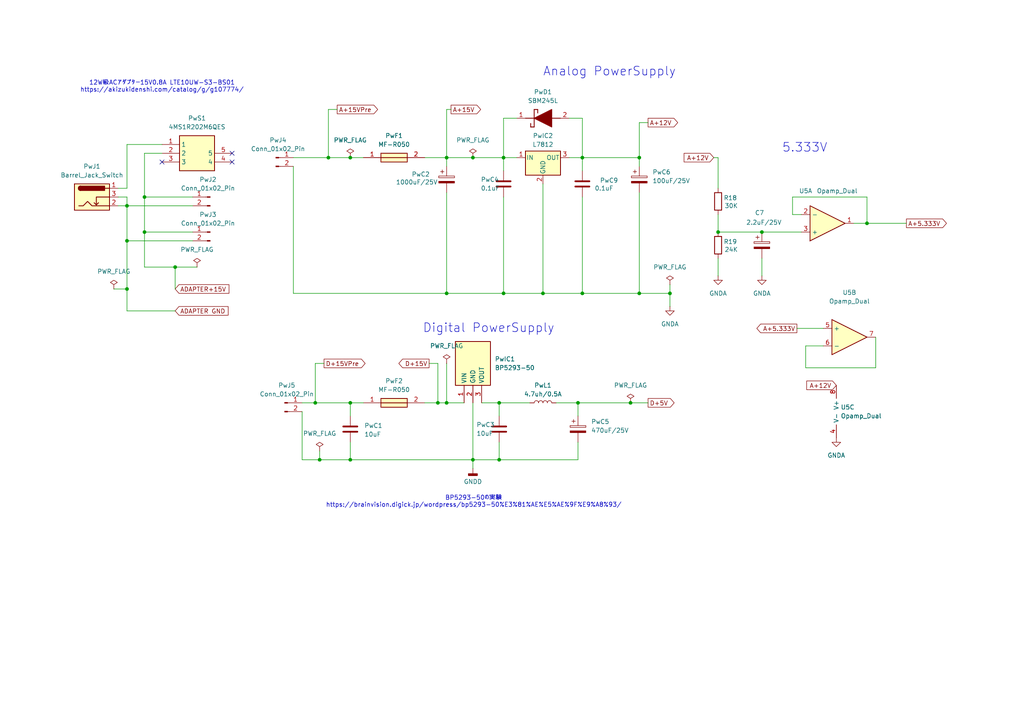
<source format=kicad_sch>
(kicad_sch (version 20231120) (generator "eeschema") (generator_version "8.0")
  (paper "A4")
  (lib_symbols
    (symbol "Connector:Barrel_Jack_Switch" (pin_names hide)
      (property "Reference" "J" (at 0 5.334 0))
      (property "Value" "Barrel_Jack_Switch" (at 0 -5.08 0))
      (symbol "Barrel_Jack_Switch_0_1"
        (rectangle (start -5.08 3.81) (end 5.08 -3.81) (stroke (width 0.254)) (fill (type background)))
        (arc (start -3.302 3.175) (mid -3.9343 2.54) (end -3.302 1.905) (stroke (width 0.254)))
        (arc (start -3.302 3.175) (mid -3.9343 2.54) (end -3.302 1.905) (stroke (width 0.254)) (fill (type outline)))
        (polyline (pts (xy 1.27 -2.286) (xy 1.905 -1.651)) (stroke (width 0.254)))
        (polyline (pts (xy 5.08 2.54) (xy 3.81 2.54)) (stroke (width 0.254)))
        (polyline (pts (xy 5.08 0) (xy 1.27 0) (xy 1.27 -2.286) (xy 0.635 -1.651)) (stroke (width 0.254)))
        (polyline (pts (xy -3.81 -2.54) (xy -2.54 -2.54) (xy -1.27 -1.27) (xy 0 -2.54) (xy 2.54 -2.54) (xy 5.08 -2.54)) (stroke (width 0.254)))
        (rectangle (start 3.683 3.175) (end -3.302 1.905) (stroke (width 0.254)) (fill (type outline)))
      )
      (symbol "Barrel_Jack_Switch_1_1"
        (pin passive line (at 7.62 2.54 180) (length 2.54) (name "~") (number "1"))
        (pin passive line (at 7.62 -2.54 180) (length 2.54) (name "~") (number "2"))
        (pin passive line (at 7.62 0 180) (length 2.54) (name "~") (number "3"))
      )
    )
    (symbol "Connector:Conn_01x02_Pin" (pin_names (offset 1.016) hide)
      (property "Reference" "J" (at 0 2.54 0))
      (property "Value" "Conn_01x02_Pin" (at 0 -5.08 0))
      (symbol "Conn_01x02_Pin_1_1"
        (polyline (pts (xy 1.27 -2.54) (xy 0.8636 -2.54)) (stroke (width 0.1524)))
        (polyline (pts (xy 1.27 0) (xy 0.8636 0)) (stroke (width 0.1524)))
        (rectangle (start 0.8636 -2.413) (end 0 -2.667) (stroke (width 0.1524)) (fill (type outline)))
        (rectangle (start 0.8636 0.127) (end 0 -0.127) (stroke (width 0.1524)) (fill (type outline)))
        (pin passive line (at 5.08 0 180) (length 3.81) (name "Pin_1") (number "1"))
        (pin passive line (at 5.08 -2.54 180) (length 3.81) (name "Pin_2") (number "2"))
      )
    )
    (symbol "Device:C" (pin_numbers hide) (pin_names (offset 0.254))
      (property "Reference" "C" (at 0.635 2.54 0))
      (property "Value" "C" (at 0.635 -2.54 0))
      (symbol "C_0_1"
        (polyline (pts (xy -2.032 -0.762) (xy 2.032 -0.762)) (stroke (width 0.508)))
        (polyline (pts (xy -2.032 0.762) (xy 2.032 0.762)) (stroke (width 0.508)))
      )
      (symbol "C_1_1"
        (pin passive line (at 0 3.81 270) (length 2.794) (name "~") (number "1"))
        (pin passive line (at 0 -3.81 90) (length 2.794) (name "~") (number "2"))
      )
    )
    (symbol "Device:C_Polarized" (pin_numbers hide) (pin_names (offset 0.254))
      (property "Reference" "C" (at 0.635 2.54 0))
      (property "Value" "C_Polarized" (at 0.635 -2.54 0))
      (symbol "C_Polarized_0_1"
        (rectangle (start -2.286 0.508) (end 2.286 1.016))
        (polyline (pts (xy -1.778 2.286) (xy -0.762 2.286)))
        (polyline (pts (xy -1.27 2.794) (xy -1.27 1.778)))
        (rectangle (start 2.286 -0.508) (end -2.286 -1.016) (fill (type outline)))
      )
      (symbol "C_Polarized_1_1"
        (pin passive line (at 0 3.81 270) (length 2.794) (name "~") (number "1"))
        (pin passive line (at 0 -3.81 90) (length 2.794) (name "~") (number "2"))
      )
    )
    (symbol "Device:L" (pin_numbers hide) (pin_names (offset 1.016) hide)
      (property "Reference" "L" (at -1.27 0 90))
      (property "Value" "L" (at 1.905 0 90))
      (symbol "L_0_1"
        (arc (start 0 -2.54) (mid 0.6323 -1.905) (end 0 -1.27))
        (arc (start 0 -1.27) (mid 0.6323 -0.635) (end 0 0))
        (arc (start 0 0) (mid 0.6323 0.635) (end 0 1.27))
        (arc (start 0 1.27) (mid 0.6323 1.905) (end 0 2.54))
      )
      (symbol "L_1_1"
        (pin passive line (at 0 3.81 270) (length 1.27) (name "1") (number "1"))
        (pin passive line (at 0 -3.81 90) (length 1.27) (name "2") (number "2"))
      )
    )
    (symbol "Device:Opamp_Dual"
      (property "Reference" "U" (at 0 5.08 0))
      (property "Value" "Opamp_Dual" (at 0 -5.08 0))
      (symbol "Opamp_Dual_1_1"
        (polyline (pts (xy -5.08 5.08) (xy 5.08 0) (xy -5.08 -5.08) (xy -5.08 5.08)) (stroke (width 0.254)) (fill (type background)))
        (pin output line (at 7.62 0 180) (length 2.54) (name "~") (number "1"))
        (pin input line (at -7.62 -2.54 0) (length 2.54) (name "-") (number "2"))
        (pin input line (at -7.62 2.54 0) (length 2.54) (name "+") (number "3"))
      )
      (symbol "Opamp_Dual_2_1"
        (polyline (pts (xy -5.08 5.08) (xy 5.08 0) (xy -5.08 -5.08) (xy -5.08 5.08)) (stroke (width 0.254)) (fill (type background)))
        (pin input line (at -7.62 2.54 0) (length 2.54) (name "+") (number "5"))
        (pin input line (at -7.62 -2.54 0) (length 2.54) (name "-") (number "6"))
        (pin output line (at 7.62 0 180) (length 2.54) (name "~") (number "7"))
      )
      (symbol "Opamp_Dual_3_1"
        (pin power_in line (at -2.54 -7.62 90) (length 3.81) (name "V-") (number "4"))
        (pin power_in line (at -2.54 7.62 270) (length 3.81) (name "V+") (number "8"))
      )
    )
    (symbol "Device:R" (pin_numbers hide) (pin_names (offset 0))
      (property "Reference" "R" (at 2.032 0 90))
      (property "Value" "R" (at 0 0 90))
      (symbol "R_0_1"
        (rectangle (start -1.016 -2.54) (end 1.016 2.54) (stroke (width 0.254)))
      )
      (symbol "R_1_1"
        (pin passive line (at 0 3.81 270) (length 1.27) (name "~") (number "1"))
        (pin passive line (at 0 -3.81 90) (length 1.27) (name "~") (number "2"))
      )
    )
    (symbol "Regulator_Linear:L7812" (pin_names (offset 0.254))
      (property "Reference" "U" (at -3.81 3.175 0))
      (property "Value" "L7812" (at 0 3.175 0))
      (symbol "L7812_0_1"
        (rectangle (start -5.08 1.905) (end 5.08 -5.08) (stroke (width 0.254)) (fill (type background)))
      )
      (symbol "L7812_1_1"
        (pin power_in line (at -7.62 0 0) (length 2.54) (name "IN") (number "1"))
        (pin power_in line (at 0 -7.62 90) (length 2.54) (name "GND") (number "2"))
        (pin power_out line (at 7.62 0 180) (length 2.54) (name "OUT") (number "3"))
      )
    )
    (symbol "SamacSys_Parts:4MS1R202M6QES"
      (property "Reference" "S" (at 16.51 7.62 0))
      (property "Value" "4MS1R202M6QES" (at 16.51 5.08 0))
      (symbol "4MS1R202M6QES_1_1"
        (rectangle (start 5.08 2.54) (end 15.24 -7.62) (stroke (width 0.254)) (fill (type background)))
        (pin passive line (at 20.32 -5.08 180) (length 5.08) (name "1") (number "1"))
        (pin passive line (at 20.32 -2.54 180) (length 5.08) (name "2") (number "2"))
        (pin passive line (at 20.32 0 180) (length 5.08) (name "3") (number "3"))
        (pin passive line (at 0 0 0) (length 5.08) (name "4") (number "4"))
        (pin passive line (at 0 -2.54 0) (length 5.08) (name "5") (number "5"))
      )
    )
    (symbol "SamacSys_Parts:BP5293-50"
      (property "Reference" "PS" (at 19.05 7.62 0))
      (property "Value" "BP5293-50" (at 19.05 5.08 0))
      (symbol "BP5293-50_1_1"
        (rectangle (start 5.08 2.54) (end 17.78 -7.62) (stroke (width 0.254)) (fill (type background)))
        (pin passive line (at 0 0 0) (length 5.08) (name "VIN") (number "1"))
        (pin passive line (at 0 -2.54 0) (length 5.08) (name "GND") (number "2"))
        (pin passive line (at 0 -5.08 0) (length 5.08) (name "VOUT") (number "3"))
      )
    )
    (symbol "SamacSys_Parts:MF-R050" (pin_names hide)
      (property "Reference" "F" (at 13.97 6.35 0))
      (property "Value" "MF-R050" (at 13.97 3.81 0))
      (symbol "MF-R050_1_1"
        (polyline (pts (xy 5.08 0) (xy 12.7 0)) (stroke (width 0.254)))
        (rectangle (start 5.08 1.27) (end 12.7 -1.27) (stroke (width 0.254)) (fill (type background)))
        (pin passive line (at 0 0 0) (length 5.08) (name "1") (number "1"))
        (pin passive line (at 17.78 0 180) (length 5.08) (name "2") (number "2"))
      )
    )
    (symbol "SamacSys_Parts:SBM245L" (pin_names hide)
      (property "Reference" "D" (at 12.7 8.89 0))
      (property "Value" "SBM245L" (at 12.7 6.35 0))
      (symbol "SBM245L_1_1"
        (polyline (pts (xy 5.08 0) (xy 7.62 0)) (stroke (width 0.254)))
        (polyline (pts (xy 6.604 -1.524) (xy 6.604 -2.54)) (stroke (width 0.254)))
        (polyline (pts (xy 7.62 -2.54) (xy 6.604 -2.54)) (stroke (width 0.254)))
        (polyline (pts (xy 7.62 2.54) (xy 7.62 -2.54)) (stroke (width 0.254)))
        (polyline (pts (xy 7.62 2.54) (xy 8.636 2.54)) (stroke (width 0.254)))
        (polyline (pts (xy 8.636 1.524) (xy 8.636 2.54)) (stroke (width 0.254)))
        (polyline (pts (xy 12.7 0) (xy 15.24 0)) (stroke (width 0.254)))
        (polyline (pts (xy 7.62 0) (xy 12.7 2.54) (xy 12.7 -2.54) (xy 7.62 0)) (stroke (width 0.254)) (fill (type outline)))
        (pin passive line (at 2.54 0 0) (length 2.54) (name "K") (number "1"))
        (pin passive line (at 17.78 0 180) (length 2.54) (name "A") (number "2"))
      )
    )
    (symbol "power:GNDA" (power) (pin_numbers hide) (pin_names (offset 0) hide)
      (property "Value" "GNDA" (at 0 -3.81 0))
      (symbol "GNDA_0_1"
        (polyline (pts (xy 0 0) (xy 0 -1.27) (xy 1.27 -1.27) (xy 0 -2.54) (xy -1.27 -1.27) (xy 0 -1.27)))
      )
      (symbol "GNDA_1_1"
        (pin power_in line (at 0 0 270) (length 0) (name "~") (number "1"))
      )
    )
    (symbol "power:GNDD" (power) (pin_numbers hide) (pin_names (offset 0) hide)
      (property "Value" "GNDD" (at 0 -3.175 0))
      (symbol "GNDD_0_1"
        (rectangle (start -1.27 -1.524) (end 1.27 -2.032) (stroke (width 0.254)) (fill (type outline)))
        (polyline (pts (xy 0 0) (xy 0 -1.524)))
      )
      (symbol "GNDD_1_1"
        (pin power_in line (at 0 0 270) (length 0) (name "~") (number "1"))
      )
    )
    (symbol "power:PWR_FLAG" (power) (pin_numbers hide) (pin_names (offset 0) hide)
      (property "Value" "PWR_FLAG" (at 0 3.81 0))
      (symbol "PWR_FLAG_0_0"
        (pin power_out line (at 0 0 90) (length 0) (name "~") (number "1"))
      )
      (symbol "PWR_FLAG_0_1"
        (polyline (pts (xy 0 0) (xy 0 1.27) (xy -1.016 1.905) (xy 0 2.54) (xy 1.016 1.905) (xy 0 1.27)))
      )
    )
  )
  (junction (at 185.42 45.72))
  (junction (at 101.6 133.35))
  (junction (at 36.83 83.82))
  (junction (at 157.48 85.09))
  (junction (at 36.83 69.85))
  (junction (at 251.46 64.77))
  (junction (at 101.6 45.72))
  (junction (at 146.05 85.09))
  (junction (at 127 116.84))
  (junction (at 129.54 116.84))
  (junction (at 185.42 85.09))
  (junction (at 144.78 133.35))
  (junction (at 36.83 59.69))
  (junction (at 101.6 116.84))
  (junction (at 220.98 67.31))
  (junction (at 50.8 77.47))
  (junction (at 208.28 67.31))
  (junction (at 194.31 85.09))
  (junction (at 168.91 45.72))
  (junction (at 129.54 45.72))
  (junction (at 41.91 67.31))
  (junction (at 41.91 57.15))
  (junction (at 91.44 116.84))
  (junction (at 144.78 116.84))
  (junction (at 137.16 133.35))
  (junction (at 146.05 45.72))
  (junction (at 168.91 85.09))
  (junction (at 137.16 45.72))
  (junction (at 129.54 85.09))
  (junction (at 95.25 45.72))
  (junction (at 182.88 116.84))
  (junction (at 92.71 133.35))
  (junction (at 167.64 116.84))
  (no_connect (at 46.99 46.99))
  (no_connect (at 67.31 46.99))
  (no_connect (at 67.31 44.45))
  (wire (pts (xy 146.05 45.72) (xy 146.05 49.53)))
  (wire (pts (xy 167.64 116.84) (xy 161.29 116.84)))
  (wire (pts (xy 129.54 55.88) (xy 129.54 85.09)))
  (wire (pts (xy 167.64 120.65) (xy 167.64 116.84)))
  (wire (pts (xy 165.1 45.72) (xy 168.91 45.72)))
  (wire (pts (xy 129.54 105.41) (xy 129.54 116.84)))
  (wire (pts (xy 129.54 85.09) (xy 146.05 85.09)))
  (wire (pts (xy 130.81 31.75) (xy 129.54 31.75)))
  (wire (pts (xy 185.42 55.88) (xy 185.42 85.09)))
  (wire (pts (xy 92.71 130.81) (xy 92.71 133.35)))
  (wire (pts (xy 41.91 57.15) (xy 41.91 67.31)))
  (wire (pts (xy 95.25 45.72) (xy 101.6 45.72)))
  (wire (pts (xy 91.44 105.41) (xy 91.44 116.84)))
  (wire (pts (xy 185.42 48.26) (xy 185.42 45.72)))
  (wire (pts (xy 101.6 133.35) (xy 137.16 133.35)))
  (wire (pts (xy 149.86 34.29) (xy 146.05 34.29)))
  (wire (pts (xy 194.31 88.9) (xy 194.31 85.09)))
  (wire (pts (xy 247.65 64.77) (xy 251.46 64.77)))
  (wire (pts (xy 33.02 83.82) (xy 36.83 83.82)))
  (wire (pts (xy 34.29 57.15) (xy 36.83 57.15)))
  (wire (pts (xy 168.91 85.09) (xy 185.42 85.09)))
  (wire (pts (xy 36.83 90.17) (xy 36.83 83.82)))
  (wire (pts (xy 41.91 44.45) (xy 41.91 57.15)))
  (wire (pts (xy 34.29 59.69) (xy 36.83 59.69)))
  (wire (pts (xy 185.42 85.09) (xy 194.31 85.09)))
  (wire (pts (xy 95.25 31.75) (xy 95.25 45.72)))
  (wire (pts (xy 233.68 100.33) (xy 233.68 106.68)))
  (wire (pts (xy 137.16 116.84) (xy 137.16 133.35)))
  (wire (pts (xy 168.91 45.72) (xy 168.91 49.53)))
  (wire (pts (xy 36.83 41.91) (xy 46.99 41.91)))
  (wire (pts (xy 36.83 54.61) (xy 36.83 41.91)))
  (wire (pts (xy 129.54 48.26) (xy 129.54 45.72)))
  (wire (pts (xy 41.91 67.31) (xy 41.91 77.47)))
  (wire (pts (xy 149.86 45.72) (xy 146.05 45.72)))
  (wire (pts (xy 41.91 57.15) (xy 55.88 57.15)))
  (wire (pts (xy 168.91 45.72) (xy 168.91 34.29)))
  (wire (pts (xy 182.88 116.84) (xy 187.96 116.84)))
  (wire (pts (xy 185.42 35.56) (xy 185.42 45.72)))
  (wire (pts (xy 36.83 69.85) (xy 55.88 69.85)))
  (wire (pts (xy 137.16 133.35) (xy 144.78 133.35)))
  (wire (pts (xy 36.83 57.15) (xy 36.83 59.69)))
  (wire (pts (xy 97.79 31.75) (xy 95.25 31.75)))
  (wire (pts (xy 50.8 77.47) (xy 57.15 77.47)))
  (wire (pts (xy 101.6 116.84) (xy 105.41 116.84)))
  (wire (pts (xy 101.6 128.27) (xy 101.6 133.35)))
  (wire (pts (xy 137.16 133.35) (xy 137.16 135.89)))
  (wire (pts (xy 146.05 57.15) (xy 146.05 85.09)))
  (wire (pts (xy 168.91 34.29) (xy 165.1 34.29)))
  (wire (pts (xy 254 97.79) (xy 254 106.68)))
  (wire (pts (xy 101.6 45.72) (xy 105.41 45.72)))
  (wire (pts (xy 50.8 90.17) (xy 36.83 90.17)))
  (wire (pts (xy 233.68 106.68) (xy 254 106.68)))
  (wire (pts (xy 146.05 85.09) (xy 157.48 85.09)))
  (wire (pts (xy 85.09 45.72) (xy 95.25 45.72)))
  (wire (pts (xy 187.96 35.56) (xy 185.42 35.56)))
  (wire (pts (xy 251.46 64.77) (xy 262.89 64.77)))
  (wire (pts (xy 139.7 116.84) (xy 144.78 116.84)))
  (wire (pts (xy 144.78 133.35) (xy 167.64 133.35)))
  (wire (pts (xy 41.91 67.31) (xy 55.88 67.31)))
  (wire (pts (xy 46.99 44.45) (xy 41.91 44.45)))
  (wire (pts (xy 208.28 67.31) (xy 220.98 67.31)))
  (wire (pts (xy 220.98 74.93) (xy 220.98 80.01)))
  (wire (pts (xy 144.78 116.84) (xy 153.67 116.84)))
  (wire (pts (xy 87.63 133.35) (xy 92.71 133.35)))
  (wire (pts (xy 127 105.41) (xy 127 116.84)))
  (wire (pts (xy 129.54 85.09) (xy 85.09 85.09)))
  (wire (pts (xy 167.64 133.35) (xy 167.64 128.27)))
  (wire (pts (xy 87.63 116.84) (xy 91.44 116.84)))
  (wire (pts (xy 157.48 53.34) (xy 157.48 85.09)))
  (wire (pts (xy 168.91 57.15) (xy 168.91 85.09)))
  (wire (pts (xy 124.46 105.41) (xy 127 105.41)))
  (wire (pts (xy 157.48 85.09) (xy 168.91 85.09)))
  (wire (pts (xy 85.09 85.09) (xy 85.09 48.26)))
  (wire (pts (xy 36.83 69.85) (xy 36.83 59.69)))
  (wire (pts (xy 229.87 62.23) (xy 232.41 62.23)))
  (wire (pts (xy 167.64 116.84) (xy 182.88 116.84)))
  (wire (pts (xy 220.98 67.31) (xy 232.41 67.31)))
  (wire (pts (xy 93.98 105.41) (xy 91.44 105.41)))
  (wire (pts (xy 36.83 83.82) (xy 36.83 69.85)))
  (wire (pts (xy 123.19 45.72) (xy 129.54 45.72)))
  (wire (pts (xy 238.76 100.33) (xy 233.68 100.33)))
  (wire (pts (xy 127 116.84) (xy 129.54 116.84)))
  (wire (pts (xy 91.44 116.84) (xy 101.6 116.84)))
  (wire (pts (xy 129.54 45.72) (xy 137.16 45.72)))
  (wire (pts (xy 231.14 95.25) (xy 238.76 95.25)))
  (wire (pts (xy 129.54 31.75) (xy 129.54 45.72)))
  (wire (pts (xy 36.83 59.69) (xy 55.88 59.69)))
  (wire (pts (xy 168.91 45.72) (xy 185.42 45.72)))
  (wire (pts (xy 144.78 128.27) (xy 144.78 133.35)))
  (wire (pts (xy 251.46 64.77) (xy 251.46 57.15)))
  (wire (pts (xy 208.28 45.72) (xy 208.28 54.61)))
  (wire (pts (xy 137.16 45.72) (xy 146.05 45.72)))
  (wire (pts (xy 251.46 57.15) (xy 229.87 57.15)))
  (wire (pts (xy 87.63 119.38) (xy 87.63 133.35)))
  (wire (pts (xy 146.05 34.29) (xy 146.05 45.72)))
  (wire (pts (xy 101.6 116.84) (xy 101.6 120.65)))
  (wire (pts (xy 34.29 54.61) (xy 36.83 54.61)))
  (wire (pts (xy 208.28 45.72) (xy 207.01 45.72)))
  (wire (pts (xy 50.8 77.47) (xy 41.91 77.47)))
  (wire (pts (xy 144.78 116.84) (xy 144.78 120.65)))
  (wire (pts (xy 208.28 62.23) (xy 208.28 67.31)))
  (wire (pts (xy 229.87 57.15) (xy 229.87 62.23)))
  (wire (pts (xy 194.31 82.55) (xy 194.31 85.09)))
  (wire (pts (xy 92.71 133.35) (xy 101.6 133.35)))
  (wire (pts (xy 208.28 74.93) (xy 208.28 80.01)))
  (wire (pts (xy 123.19 116.84) (xy 127 116.84)))
  (wire (pts (xy 129.54 116.84) (xy 134.62 116.84)))
  (wire (pts (xy 50.8 77.47) (xy 50.8 83.82)))
  (text "12W級ACアダプター15V0.8A LTE10UW-S3-BS01\nhttps://akizukidenshi.com/catalog/g/g107774/\n" (at 46.99 25.146 0) (effects (font (size 1.27 1.27))))
  (text "Analog PowerSupply" (at 176.784 20.828 0) (effects (font (size 2.54 2.54))))
  (text "5.333V" (at 233.426 42.926 0) (effects (font (size 2.54 2.54))))
  (text "BP5293-50の実験\nhttps://brainvision.digick.jp/wordpress/bp5293-50%E3%81%AE%E5%AE%9F%E9%A8%93/" (at 137.414 145.542 0) (effects (font (size 1.27 1.27))))
  (text "" (at 32.004 43.942 0) (effects (font (size 1.27 1.27))))
  (text "Digital PowerSupply" (at 141.732 95.25 0) (effects (font (size 2.54 2.54))))
  (global_label "D+15VPre" (shape output) (at 93.98 105.41 0) (property "Intersheetrefs" "${INTERSHEET_REFS}" (effects (hide yes))))
  (global_label "A+12V" (shape input) (at 207.01 45.72 180) (property "Intersheetrefs" "${INTERSHEET_REFS}" (effects (hide yes))))
  (global_label "A+15VPre" (shape output) (at 97.79 31.75 0) (property "Intersheetrefs" "${INTERSHEET_REFS}" (effects (hide yes))))
  (global_label "A+12V" (shape input) (at 242.57 111.76 180) (property "Intersheetrefs" "${INTERSHEET_REFS}" (effects (hide yes))))
  (global_label "ADAPTER+15V" (shape input) (at 50.8 83.82 0) (property "Intersheetrefs" "${INTERSHEET_REFS}" (effects (hide yes))))
  (global_label "A+5.333V" (shape output) (at 231.14 95.25 180) (property "Intersheetrefs" "${INTERSHEET_REFS}" (effects (hide yes))))
  (global_label "ADAPTER GND" (shape input) (at 50.8 90.17 0) (property "Intersheetrefs" "${INTERSHEET_REFS}" (effects (hide yes))))
  (global_label "A+12V" (shape output) (at 187.96 35.56 0) (property "Intersheetrefs" "${INTERSHEET_REFS}" (effects (hide yes))))
  (global_label "A+5.333V" (shape output) (at 262.89 64.77 0) (property "Intersheetrefs" "${INTERSHEET_REFS}" (effects (hide yes))))
  (global_label "A+15V" (shape output) (at 130.81 31.75 0) (property "Intersheetrefs" "${INTERSHEET_REFS}" (effects (hide yes))))
  (global_label "D+15V" (shape output) (at 124.46 105.41 180) (property "Intersheetrefs" "${INTERSHEET_REFS}" (effects (hide yes))))
  (global_label "D+5V" (shape output) (at 187.96 116.84 0) (property "Intersheetrefs" "${INTERSHEET_REFS}" (effects (hide yes))))
  (symbol (lib_id "Connector:Conn_01x02_Pin") (at 60.96 57.15 0) (mirror y) (unit 1)
    (property "Reference" "PwJ2" (at 60.325 52.07 0))
    (property "Value" "Conn_01x02_Pin" (at 60.325 54.61 0))
    (property "Footprint" "Connector_PinHeader_2.54mm:PinHeader_1x02_P2.54mm_Vertical" (effects (hide yes)))
    (property "Description" "Generic connector, single row, 01x02, script generated" (effects (hide yes)))
  )
  (symbol (lib_id "Device:Opamp_Dual") (at 245.11 119.38 0) (unit 3)
    (property "Reference" "U5" (at 243.84 118.1099 0) (effects (justify left)))
    (property "Value" "Opamp_Dual" (at 243.84 120.6499 0) (effects (justify left)))
    (property "Footprint" "Package_DIP:DIP-8_W7.62mm_LongPads" (effects (hide yes)))
    (property "Description" "Dual operational amplifier" (effects (hide yes)))
    (property "Sim.Library" "${KICAD7_SYMBOL_DIR}/Simulation_SPICE.sp" (effects (hide yes)))
    (property "Sim.Name" "kicad_builtin_opamp_dual" (effects (hide yes)))
    (property "Sim.Device" "SUBCKT" (effects (hide yes)))
    (property "Sim.Pins" "1=out1 2=in1- 3=in1+ 4=vee 5=in2+ 6=in2- 7=out2 8=vcc" (effects (hide yes)))
  )
  (symbol (lib_id "power:GNDA") (at 194.31 88.9 0) (unit 1)
    (property "Reference" "#PWR018" (effects (hide yes)))
    (property "Value" "GNDA" (at 194.31 93.98 0))
    (property "Description" "Power symbol creates a global label with name \"GNDA\" , analog ground" (effects (hide yes)))
  )
  (symbol (lib_id "Connector:Conn_01x02_Pin") (at 80.01 45.72 0) (unit 1)
    (property "Reference" "PwJ4" (at 80.645 40.64 0))
    (property "Value" "Conn_01x02_Pin" (at 80.645 43.18 0))
    (property "Footprint" "Connector_PinHeader_2.54mm:PinHeader_1x02_P2.54mm_Vertical" (effects (hide yes)))
    (property "Description" "Generic connector, single row, 01x02, script generated" (effects (hide yes)))
  )
  (symbol (lib_id "Connector:Conn_01x02_Pin") (at 60.96 67.31 0) (mirror y) (unit 1)
    (property "Reference" "PwJ3" (at 60.325 62.23 0))
    (property "Value" "Conn_01x02_Pin" (at 60.325 64.77 0))
    (property "Footprint" "Connector_PinHeader_2.54mm:PinHeader_1x02_P2.54mm_Vertical" (effects (hide yes)))
    (property "Description" "Generic connector, single row, 01x02, script generated" (effects (hide yes)))
  )
  (symbol (lib_id "Device:R") (at 208.28 71.12 180) (unit 1)
    (property "Reference" "R19" (at 211.836 70.104 0))
    (property "Value" "24K" (at 212.09 72.39 0))
    (property "Footprint" "Resistor_THT:R_Axial_DIN0207_L6.3mm_D2.5mm_P2.54mm_Vertical" (effects (hide yes)))
    (property "Description" "Resistor" (effects (hide yes)))
  )
  (symbol (lib_id "Device:Opamp_Dual") (at 246.38 97.79 0) (unit 2)
    (property "Reference" "U5" (at 246.38 84.836 0))
    (property "Value" "Opamp_Dual" (at 246.38 87.376 0))
    (property "Footprint" "Package_DIP:DIP-8_W7.62mm_LongPads" (effects (hide yes)))
    (property "Description" "Dual operational amplifier" (effects (hide yes)))
    (property "Sim.Library" "${KICAD7_SYMBOL_DIR}/Simulation_SPICE.sp" (effects (hide yes)))
    (property "Sim.Name" "kicad_builtin_opamp_dual" (effects (hide yes)))
    (property "Sim.Device" "SUBCKT" (effects (hide yes)))
    (property "Sim.Pins" "1=out1 2=in1- 3=in1+ 4=vee 5=in2+ 6=in2- 7=out2 8=vcc" (effects (hide yes)))
  )
  (symbol (lib_id "power:PWR_FLAG") (at 182.88 116.84 0) (unit 1)
    (property "Reference" "#FLG09" (effects (hide yes)))
    (property "Value" "PWR_FLAG" (at 182.88 111.76 0))
    (property "Description" "Special symbol for telling ERC where power comes from" (effects (hide yes)))
  )
  (symbol (lib_id "Device:C_Polarized") (at 185.42 52.07 0) (unit 1)
    (property "Reference" "PwC6" (at 189.23 49.9109 0) (effects (justify left)))
    (property "Value" "100uF/25V" (at 189.23 52.4509 0) (effects (justify left)))
    (property "Footprint" "Capacitor_THT:CP_Radial_D5.0mm_P2.50mm" (effects (hide yes)))
    (property "Description" "Polarized capacitor" (effects (hide yes)))
  )
  (symbol (lib_id "power:GNDA") (at 208.28 80.01 0) (unit 1)
    (property "Reference" "#PWR049" (effects (hide yes)))
    (property "Value" "GNDA" (at 208.28 85.09 0))
    (property "Description" "Power symbol creates a global label with name \"GNDA\" , analog ground" (effects (hide yes)))
  )
  (symbol (lib_id "Device:R") (at 208.28 58.42 180) (unit 1)
    (property "Reference" "R18" (at 211.836 57.404 0))
    (property "Value" "30K" (at 212.09 59.69 0))
    (property "Footprint" "Resistor_THT:R_Axial_DIN0207_L6.3mm_D2.5mm_P2.54mm_Vertical" (effects (hide yes)))
    (property "Description" "Resistor" (effects (hide yes)))
  )
  (symbol (lib_id "power:PWR_FLAG") (at 92.71 130.81 0) (unit 1)
    (property "Reference" "#FLG06" (effects (hide yes)))
    (property "Value" "PWR_FLAG" (at 92.71 125.73 0))
    (property "Description" "Special symbol for telling ERC where power comes from" (effects (hide yes)))
  )
  (symbol (lib_id "power:GNDA") (at 242.57 127 0) (unit 1)
    (property "Reference" "#PWR051" (effects (hide yes)))
    (property "Value" "GNDA" (at 242.57 132.08 0))
    (property "Description" "Power symbol creates a global label with name \"GNDA\" , analog ground" (effects (hide yes)))
  )
  (symbol (lib_id "Device:C") (at 101.6 124.46 0) (unit 1)
    (property "Reference" "PwC1" (at 105.664 123.444 0) (effects (justify left)))
    (property "Value" "10uF" (at 105.664 125.984 0) (effects (justify left)))
    (property "Footprint" "Capacitor_THT:C_Disc_D5.1mm_W3.2mm_P5.00mm" (effects (hide yes)))
    (property "Description" "Unpolarized capacitor" (effects (hide yes)))
  )
  (symbol (lib_id "Device:C") (at 168.91 53.34 0) (unit 1)
    (property "Reference" "PwC9" (at 173.99 52.324 0) (effects (justify left)))
    (property "Value" "0.1uF" (at 172.466 54.61 0) (effects (justify left)))
    (property "Footprint" "Capacitor_THT:C_Disc_D5.1mm_W3.2mm_P5.00mm" (effects (hide yes)))
    (property "Description" "Unpolarized capacitor" (effects (hide yes)))
  )
  (symbol (lib_id "SamacSys_Parts:SBM245L") (at 147.32 34.29 0) (unit 1)
    (property "Reference" "PwD1" (at 157.48 26.67 0))
    (property "Value" "SBM245L" (at 157.48 29.21 0))
    (property "Footprint" "Diode_THT:D_DO-41_SOD81_P5.08mm_Vertical_AnodeUp" (effects (hide yes)))
    (property "Datasheet" "https://www.panjit.com.tw/en/Product/downloadPDF/SBM245L" (effects (hide yes)))
    (property "Description" "Super Schottky (LowVF) - SBM245L, 45V, 2A, DO-41" (effects (hide yes)))
    (property "Manufacturer_Name" "PANJIT" (effects (hide yes)))
    (property "Manufacturer_Part_Number" "SBM245L" (effects (hide yes)))
  )
  (symbol (lib_id "power:GNDA") (at 220.98 80.01 0) (unit 1)
    (property "Reference" "#PWR050" (effects (hide yes)))
    (property "Value" "GNDA" (at 220.98 85.09 0))
    (property "Description" "Power symbol creates a global label with name \"GNDA\" , analog ground" (effects (hide yes)))
  )
  (symbol (lib_id "SamacSys_Parts:MF-R050") (at 105.41 45.72 0) (unit 1)
    (property "Reference" "PwF1" (at 114.3 39.37 0))
    (property "Value" "MF-R050" (at 114.3 41.91 0))
    (property "Footprint" "SamacSys_Parts:MFR050" (effects (hide yes)))
    (property "Datasheet" "https://www.bourns.com/pdfs/mfr.pdf" (effects (hide yes)))
    (property "Description" "Bourns 0.5A Hold current, Radial Leaded PCB Mount Resettable Fuse, 60V" (effects (hide yes)))
    (property "Height" "13.7" (effects (hide yes)))
    (property "Manufacturer_Name" "Bourns" (effects (hide yes)))
    (property "Manufacturer_Part_Number" "MF-R050" (effects (hide yes)))
    (property "Mouser Part Number" "652-MFR050" (effects (hide yes)))
    (property "Mouser Price/Stock" "https://www.mouser.co.uk/ProductDetail/Bourns/MF-R050?qs=A6omU7D3gEWzJRzbTsuTwA%3D%3D" (effects (hide yes)))
    (property "Arrow Part Number" "MF-R050" (effects (hide yes)))
    (property "Arrow Price/Stock" "https://www.arrow.com/en/products/mf-r050/bourns?region=europe" (effects (hide yes)))
  )
  (symbol (lib_id "Device:C_Polarized") (at 167.64 124.46 0) (unit 1)
    (property "Reference" "PwC5" (at 171.45 122.3009 0) (effects (justify left)))
    (property "Value" "470uF/25V" (at 171.45 124.8409 0) (effects (justify left)))
    (property "Footprint" "Capacitor_THT:CP_Radial_D5.0mm_P2.50mm" (effects (hide yes)))
    (property "Description" "Polarized capacitor" (effects (hide yes)))
  )
  (symbol (lib_id "Device:C_Polarized") (at 220.98 71.12 0) (unit 1)
    (property "Reference" "C7" (at 218.948 61.722 0) (effects (justify left)))
    (property "Value" "2.2uF/25V" (at 216.408 64.516 0) (effects (justify left)))
    (property "Footprint" "Capacitor_THT:CP_Radial_D5.0mm_P2.50mm" (effects (hide yes)))
    (property "Description" "Polarized capacitor" (effects (hide yes)))
  )
  (symbol (lib_id "Connector:Conn_01x02_Pin") (at 82.55 116.84 0) (unit 1)
    (property "Reference" "PwJ5" (at 83.185 111.76 0))
    (property "Value" "Conn_01x02_Pin" (at 83.185 114.3 0))
    (property "Footprint" "Connector_PinHeader_2.54mm:PinHeader_1x02_P2.54mm_Vertical" (effects (hide yes)))
    (property "Description" "Generic connector, single row, 01x02, script generated" (effects (hide yes)))
  )
  (symbol (lib_id "Device:C_Polarized") (at 129.54 52.07 0) (unit 1)
    (property "Reference" "PwC2" (at 119.38 50.546 0) (effects (justify left)))
    (property "Value" "1000uF/25V" (at 114.808 52.832 0) (effects (justify left)))
    (property "Footprint" "Capacitor_THT:CP_Radial_D10.0mm_P5.00mm" (effects (hide yes)))
    (property "Description" "Polarized capacitor" (effects (hide yes)))
  )
  (symbol (lib_id "SamacSys_Parts:MF-R050") (at 105.41 116.84 0) (unit 1)
    (property "Reference" "PwF2" (at 114.3 110.49 0))
    (property "Value" "MF-R050" (at 114.3 113.03 0))
    (property "Footprint" "SamacSys_Parts:MFR050" (effects (hide yes)))
    (property "Datasheet" "https://www.bourns.com/pdfs/mfr.pdf" (effects (hide yes)))
    (property "Description" "Bourns 0.5A Hold current, Radial Leaded PCB Mount Resettable Fuse, 60V" (effects (hide yes)))
    (property "Height" "13.7" (effects (hide yes)))
    (property "Manufacturer_Name" "Bourns" (effects (hide yes)))
    (property "Manufacturer_Part_Number" "MF-R050" (effects (hide yes)))
    (property "Mouser Part Number" "652-MFR050" (effects (hide yes)))
    (property "Mouser Price/Stock" "https://www.mouser.co.uk/ProductDetail/Bourns/MF-R050?qs=A6omU7D3gEWzJRzbTsuTwA%3D%3D" (effects (hide yes)))
    (property "Arrow Part Number" "MF-R050" (effects (hide yes)))
    (property "Arrow Price/Stock" "https://www.arrow.com/en/products/mf-r050/bourns?region=europe" (effects (hide yes)))
  )
  (symbol (lib_id "power:GNDD") (at 137.16 135.89 0) (unit 1)
    (property "Reference" "#PWR017" (effects (hide yes)))
    (property "Value" "GNDD" (at 137.16 139.7 0))
    (property "Description" "Power symbol creates a global label with name \"GNDD\" , digital ground" (effects (hide yes)))
  )
  (symbol (lib_id "power:PWR_FLAG") (at 57.15 77.47 0) (unit 1)
    (property "Reference" "#FLG05" (effects (hide yes)))
    (property "Value" "PWR_FLAG" (at 57.15 72.39 0))
    (property "Description" "Special symbol for telling ERC where power comes from" (effects (hide yes)))
  )
  (symbol (lib_id "Device:C") (at 146.05 53.34 0) (unit 1)
    (property "Reference" "PwC4" (at 139.446 52.07 0) (effects (justify left)))
    (property "Value" "0.1uF" (at 139.446 54.61 0) (effects (justify left)))
    (property "Footprint" "Capacitor_THT:C_Disc_D5.1mm_W3.2mm_P5.00mm" (effects (hide yes)))
    (property "Description" "Unpolarized capacitor" (effects (hide yes)))
  )
  (symbol (lib_id "power:PWR_FLAG") (at 33.02 83.82 0) (unit 1)
    (property "Reference" "#FLG04" (effects (hide yes)))
    (property "Value" "PWR_FLAG" (at 33.02 78.74 0))
    (property "Description" "Special symbol for telling ERC where power comes from" (effects (hide yes)))
  )
  (symbol (lib_id "Device:L") (at 157.48 116.84 90) (unit 1)
    (property "Reference" "PwL1" (at 157.48 111.76 90))
    (property "Value" "4.7uh/0.5A" (at 157.48 114.3 90))
    (property "Footprint" "Resistor_THT:R_Axial_DIN0207_L6.3mm_D2.5mm_P7.62mm_Horizontal" (effects (hide yes)))
    (property "Description" "Inductor" (effects (hide yes)))
  )
  (symbol (lib_id "power:PWR_FLAG") (at 137.16 45.72 0) (unit 1)
    (property "Reference" "#FLG08" (effects (hide yes)))
    (property "Value" "PWR_FLAG" (at 137.16 40.64 0))
    (property "Description" "Special symbol for telling ERC where power comes from" (effects (hide yes)))
  )
  (symbol (lib_id "SamacSys_Parts:BP5293-50") (at 134.62 116.84 90) (unit 1)
    (property "Reference" "PwIC1" (at 143.51 104.1399 90) (effects (justify right)))
    (property "Value" "BP5293-50" (at 143.51 106.6799 90) (effects (justify right)))
    (property "Footprint" "TO254P570X1700X1780-3P" (effects (hide yes)))
    (property "Datasheet" "https://componentsearchengine.com/Datasheets/1/BP5293-50.pdf" (effects (hide yes)))
    (property "Description" "Switching Voltage Regulators 1ch DC/DC Buck Conv 5V Typ Output Volt" (effects (hide yes)))
    (property "Height" "5.7" (effects (hide yes)))
    (property "Manufacturer_Name" "ROHM Semiconductor" (effects (hide yes)))
    (property "Manufacturer_Part_Number" "BP5293-50" (effects (hide yes)))
    (property "Mouser Part Number" "755-BP5293-50" (effects (hide yes)))
    (property "Mouser Price/Stock" "https://www.mouser.co.uk/ProductDetail/ROHM-Semiconductor/BP5293-50?qs=qNnCIBFEAwE%252B35FXtIeyRA%3D%3D" (effects (hide yes)))
  )
  (symbol (lib_id "Device:C") (at 144.78 124.46 0) (unit 1)
    (property "Reference" "PwC3" (at 138.176 123.19 0) (effects (justify left)))
    (property "Value" "10uF" (at 138.176 125.73 0) (effects (justify left)))
    (property "Footprint" "Capacitor_THT:C_Disc_D5.1mm_W3.2mm_P5.00mm" (effects (hide yes)))
    (property "Description" "Unpolarized capacitor" (effects (hide yes)))
  )
  (symbol (lib_id "Connector:Barrel_Jack_Switch") (at 26.67 57.15 0) (unit 1)
    (property "Reference" "PwJ1" (at 26.67 48.26 0))
    (property "Value" "Barrel_Jack_Switch" (at 26.67 50.8 0))
    (property "Footprint" "Connector_BarrelJack:BarrelJack_Horizontal" (effects (hide yes)))
    (property "Description" "DC Barrel Jack with an internal switch" (effects (hide yes)))
  )
  (symbol (lib_id "power:PWR_FLAG") (at 101.6 45.72 0) (unit 1)
    (property "Reference" "#FLG012" (effects (hide yes)))
    (property "Value" "PWR_FLAG" (at 101.6 40.64 0))
    (property "Description" "Special symbol for telling ERC where power comes from" (effects (hide yes)))
  )
  (symbol (lib_id "Regulator_Linear:L7812") (at 157.48 45.72 0) (unit 1)
    (property "Reference" "PwIC2" (at 157.48 39.37 0))
    (property "Value" "L7812" (at 157.48 41.91 0))
    (property "Footprint" "Package_TO_SOT_THT:TO-220-3_Horizontal_TabDown" (effects (hide yes)))
    (property "Datasheet" "http://www.st.com/content/ccc/resource/technical/document/datasheet/41/4f/b3/b0/12/d4/47/88/CD00000444.pdf/files/CD00000444.pdf/jcr:content/translations/en.CD00000444.pdf" (effects (hide yes)))
    (property "Description" "Positive 1.5A 35V Linear Regulator, Fixed Output 12V, TO-220/TO-263/TO-252" (effects (hide yes)))
  )
  (symbol (lib_id "power:PWR_FLAG") (at 129.54 105.41 0) (unit 1)
    (property "Reference" "#FLG07" (effects (hide yes)))
    (property "Value" "PWR_FLAG" (at 129.54 100.33 0))
    (property "Description" "Special symbol for telling ERC where power comes from" (effects (hide yes)))
  )
  (symbol (lib_id "SamacSys_Parts:4MS1R202M6QES") (at 67.31 46.99 180) (unit 1)
    (property "Reference" "PwS1" (at 57.15 34.29 0))
    (property "Value" "4MS1R202M6QES" (at 57.15 36.83 0))
    (property "Footprint" "SamacSys_Parts:4MS1R202M6QES" (effects (hide yes)))
    (property "Description" "Black SPDT Rocker Switch, On-On, 3 A @ 120 V ac +85C -30C 7.11mm 15.75mm" (effects (hide yes)))
    (property "Height" "5.84" (effects (hide yes)))
    (property "Manufacturer_Name" "RS Pro" (effects (hide yes)))
    (property "Manufacturer_Part_Number" "4MS1R202M6QES" (effects (hide yes)))
  )
  (symbol (lib_id "power:PWR_FLAG") (at 194.31 82.55 0) (unit 1)
    (property "Reference" "#FLG010" (effects (hide yes)))
    (property "Value" "PWR_FLAG" (at 194.31 77.47 0))
    (property "Description" "Special symbol for telling ERC where power comes from" (effects (hide yes)))
  )
  (symbol (lib_id "Device:Opamp_Dual") (at 240.03 64.77 0) (mirror x) (unit 1)
    (property "Reference" "U5" (at 233.68 55.372 0))
    (property "Value" "Opamp_Dual" (at 242.824 55.372 0))
    (property "Footprint" "Package_DIP:DIP-8_W7.62mm_LongPads" (effects (hide yes)))
    (property "Description" "Dual operational amplifier" (effects (hide yes)))
    (property "Sim.Library" "${KICAD7_SYMBOL_DIR}/Simulation_SPICE.sp" (effects (hide yes)))
    (property "Sim.Name" "kicad_builtin_opamp_dual" (effects (hide yes)))
    (property "Sim.Device" "SUBCKT" (effects (hide yes)))
    (property "Sim.Pins" "1=out1 2=in1- 3=in1+ 4=vee 5=in2+ 6=in2- 7=out2 8=vcc" (effects (hide yes)))
  )
)
</source>
